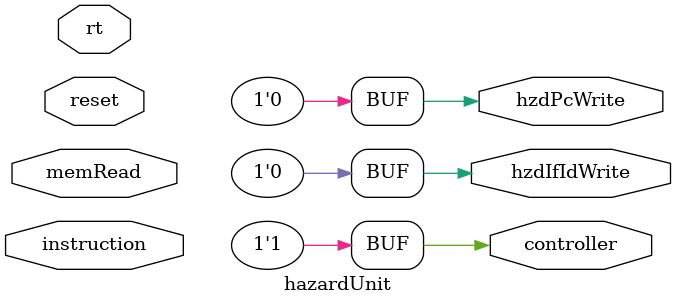
<source format=v>
module hazardUnit (
    //INPUTS
    input wire reset, 
    input wire [4:0] rt, 
    input wire memRead, 
    input wire [31:0] instruction, 

    // OUTPUTS
    output reg controller, 
    output reg hzdPcWrite, 
    output reg hzdIfIdWrite
);

    always @(reset) begin
        hzdPcWrite <= 1'b0;
        hzdIfIdWrite <= 1'b0;
        controller <= 1'b1;
    end

    // Stall the pipeline if a hazard is detected;
    always @ (*) begin
        if (memRead && ((rt == instruction[25:21]) || (rt == instruction[20:16]))) begin
            hzdPcWrite <= 1'b0;
            hzdIfIdWrite <= 1'b0;
            controller <= 1'b1;
        end
        else begin
            hzdPcWrite <= 1'b1;
            hzdIfIdWrite <= 1'b1;
            controller <= 1'b0;
        end
    end
endmodule

</source>
